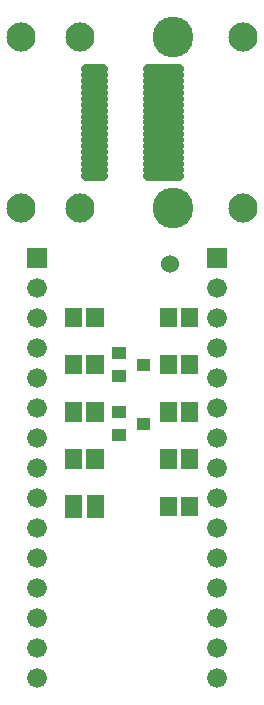
<source format=gbr>
G04 start of page 6 for group -4063 idx -4063 *
G04 Title: (unknown), componentmask *
G04 Creator: pcb 1.99z *
G04 CreationDate: Sat 25 Jun 2011 09:43:41 PM GMT UTC *
G04 For: russ *
G04 Format: Gerber/RS-274X *
G04 PCB-Dimensions: 86614 228346 *
G04 PCB-Coordinate-Origin: lower left *
%MOIN*%
%FSLAX25Y25*%
%LNTOPMASK*%
%ADD52C,0.0600*%
%ADD51R,0.0570X0.0570*%
%ADD50R,0.0572X0.0572*%
%ADD49R,0.0400X0.0400*%
%ADD48C,0.0318*%
%ADD47C,0.0973*%
%ADD46C,0.1359*%
%ADD45C,0.0200*%
%ADD44C,0.0660*%
G54D44*X11811Y75669D03*
Y65669D03*
Y55669D03*
Y45669D03*
Y35669D03*
Y25669D03*
Y15669D03*
Y5669D03*
Y115669D03*
Y105669D03*
Y95669D03*
Y85669D03*
G54D45*G36*
X8511Y148969D02*Y142369D01*
X15111D01*
Y148969D01*
X8511D01*
G37*
G54D44*X11811Y135669D03*
Y125669D03*
G54D45*G36*
X68511Y148969D02*Y142369D01*
X75111D01*
Y148969D01*
X68511D01*
G37*
G54D44*X71811Y135669D03*
Y125669D03*
Y115669D03*
G54D46*X56929Y162401D03*
G54D47*X26063D03*
X6378D03*
G54D46*X56929Y219487D03*
G54D47*X80393D03*
X26063D03*
X6378D03*
X80393Y162401D03*
G54D44*X71811Y105669D03*
Y95669D03*
Y85669D03*
Y75669D03*
Y65669D03*
Y55669D03*
Y45669D03*
Y35669D03*
Y25669D03*
Y15669D03*
Y5669D03*
G54D48*X48819Y208661D02*X59055D01*
X48819Y206692D02*X59055D01*
X48819Y202755D02*X59055D01*
X48819Y200787D02*X59055D01*
X48819Y198818D02*X59055D01*
X48819Y194881D02*X59055D01*
X48819Y196850D02*X59055D01*
X48819Y192913D02*X59055D01*
X48819Y204724D02*X59055D01*
X48819Y190944D02*X59055D01*
X48819Y188976D02*X59055D01*
X48819Y187007D02*X59055D01*
X48819Y185039D02*X59055D01*
X48819Y183070D02*X59055D01*
X48819Y181102D02*X59055D01*
X48819Y177165D02*X59055D01*
X48819Y175196D02*X59055D01*
X48819Y173228D02*X59055D01*
X48819Y179133D02*X59055D01*
X28149Y173227D02*X33858D01*
X28149Y175196D02*X33858D01*
X28149Y177164D02*X33858D01*
X28149Y179133D02*X33858D01*
X28149Y181101D02*X33858D01*
X28149Y183070D02*X33858D01*
X28149Y185038D02*X33858D01*
X28149Y187007D02*X33858D01*
X28149Y188975D02*X33858D01*
X28149Y192912D02*X33858D01*
X28149Y194881D02*X33858D01*
X28149Y196849D02*X33858D01*
X28149Y198818D02*X33858D01*
X28149Y200786D02*X33858D01*
X28149Y202755D02*X33858D01*
X28149Y204723D02*X33858D01*
X28149Y206692D02*X33858D01*
X28149Y208660D02*X33858D01*
X28149Y190944D02*X33858D01*
G54D49*X38747Y94428D02*X39347D01*
X38747Y86628D02*X39347D01*
X46947Y90528D02*X47547D01*
G54D50*X62601Y94858D02*Y94072D01*
Y110606D02*Y109820D01*
X55515Y94858D02*Y94072D01*
Y110606D02*Y109820D01*
X62601Y79110D02*Y78324D01*
X55515Y79110D02*Y78324D01*
Y63362D02*Y62576D01*
X62601Y63362D02*Y62576D01*
X24019Y79110D02*Y78324D01*
X31105Y79110D02*Y78324D01*
G54D51*X23862Y63969D02*Y61969D01*
X31262Y63969D02*Y61969D01*
G54D50*X62601Y126354D02*Y125568D01*
X55515Y126354D02*Y125568D01*
X24019Y126354D02*Y125568D01*
X31105Y126354D02*Y125568D01*
G54D49*X38747Y114113D02*X39347D01*
X38747Y106313D02*X39347D01*
X46947Y110213D02*X47547D01*
G54D50*X24019Y94858D02*Y94072D01*
X31105Y94858D02*Y94072D01*
X24019Y110606D02*Y109820D01*
X31105Y110606D02*Y109820D01*
G54D52*X56102Y143701D03*
M02*

</source>
